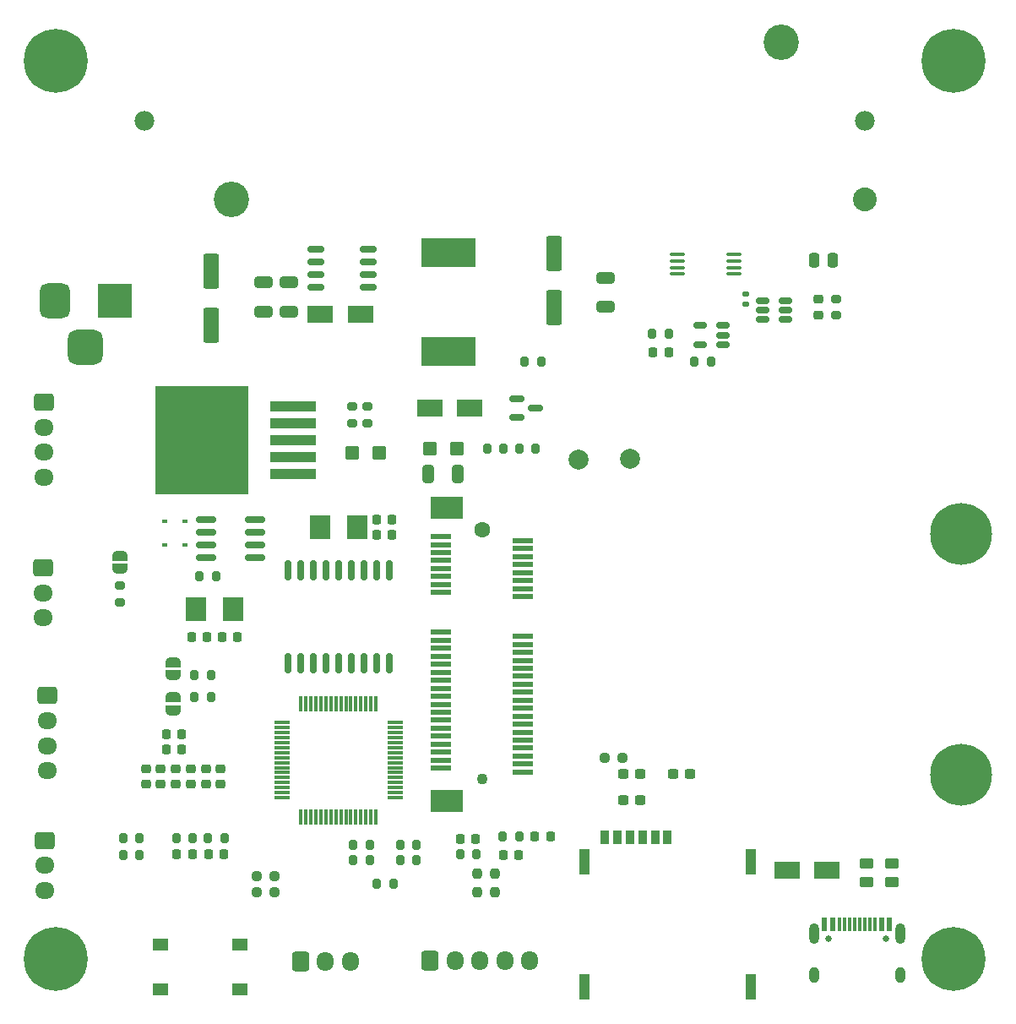
<source format=gbr>
%TF.GenerationSoftware,KiCad,Pcbnew,(6.0.6)*%
%TF.CreationDate,2022-10-20T14:17:53+09:00*%
%TF.ProjectId,LTE-base-H1,4c54452d-6261-4736-952d-48312e6b6963,rev?*%
%TF.SameCoordinates,Original*%
%TF.FileFunction,Soldermask,Top*%
%TF.FilePolarity,Negative*%
%FSLAX46Y46*%
G04 Gerber Fmt 4.6, Leading zero omitted, Abs format (unit mm)*
G04 Created by KiCad (PCBNEW (6.0.6)) date 2022-10-20 14:17:53*
%MOMM*%
%LPD*%
G01*
G04 APERTURE LIST*
G04 Aperture macros list*
%AMRoundRect*
0 Rectangle with rounded corners*
0 $1 Rounding radius*
0 $2 $3 $4 $5 $6 $7 $8 $9 X,Y pos of 4 corners*
0 Add a 4 corners polygon primitive as box body*
4,1,4,$2,$3,$4,$5,$6,$7,$8,$9,$2,$3,0*
0 Add four circle primitives for the rounded corners*
1,1,$1+$1,$2,$3*
1,1,$1+$1,$4,$5*
1,1,$1+$1,$6,$7*
1,1,$1+$1,$8,$9*
0 Add four rect primitives between the rounded corners*
20,1,$1+$1,$2,$3,$4,$5,0*
20,1,$1+$1,$4,$5,$6,$7,0*
20,1,$1+$1,$6,$7,$8,$9,0*
20,1,$1+$1,$8,$9,$2,$3,0*%
%AMFreePoly0*
4,1,22,0.500000,-0.750000,0.000000,-0.750000,0.000000,-0.745033,-0.079941,-0.743568,-0.215256,-0.701293,-0.333266,-0.622738,-0.424486,-0.514219,-0.481581,-0.384460,-0.499164,-0.250000,-0.500000,-0.250000,-0.500000,0.250000,-0.499164,0.250000,-0.499963,0.256109,-0.478152,0.396186,-0.417904,0.524511,-0.324060,0.630769,-0.204165,0.706417,-0.067858,0.745374,0.000000,0.744959,0.000000,0.750000,
0.500000,0.750000,0.500000,-0.750000,0.500000,-0.750000,$1*%
%AMFreePoly1*
4,1,20,0.000000,0.744959,0.073905,0.744508,0.209726,0.703889,0.328688,0.626782,0.421226,0.519385,0.479903,0.390333,0.500000,0.250000,0.500000,-0.250000,0.499851,-0.262216,0.476331,-0.402017,0.414519,-0.529596,0.319384,-0.634700,0.198574,-0.708877,0.061801,-0.746166,0.000000,-0.745033,0.000000,-0.750000,-0.500000,-0.750000,-0.500000,0.750000,0.000000,0.750000,0.000000,0.744959,
0.000000,0.744959,$1*%
G04 Aperture macros list end*
%ADD10RoundRect,0.225000X-0.225000X-0.250000X0.225000X-0.250000X0.225000X0.250000X-0.225000X0.250000X0*%
%ADD11RoundRect,0.250000X0.550000X-1.500000X0.550000X1.500000X-0.550000X1.500000X-0.550000X-1.500000X0*%
%ADD12RoundRect,0.250000X-0.450000X-0.425000X0.450000X-0.425000X0.450000X0.425000X-0.450000X0.425000X0*%
%ADD13C,0.800000*%
%ADD14C,6.400000*%
%ADD15C,6.200000*%
%ADD16RoundRect,0.200000X0.275000X-0.200000X0.275000X0.200000X-0.275000X0.200000X-0.275000X-0.200000X0*%
%ADD17RoundRect,0.200000X0.200000X0.275000X-0.200000X0.275000X-0.200000X-0.275000X0.200000X-0.275000X0*%
%ADD18RoundRect,0.250000X-0.725000X0.600000X-0.725000X-0.600000X0.725000X-0.600000X0.725000X0.600000X0*%
%ADD19O,1.950000X1.700000*%
%ADD20R,4.600000X1.100000*%
%ADD21R,9.400000X10.800000*%
%ADD22R,0.900000X1.350000*%
%ADD23R,1.100000X2.600000*%
%ADD24RoundRect,0.218750X0.218750X0.256250X-0.218750X0.256250X-0.218750X-0.256250X0.218750X-0.256250X0*%
%ADD25R,2.500000X1.800000*%
%ADD26R,0.600000X0.450000*%
%ADD27RoundRect,0.237500X-0.300000X-0.237500X0.300000X-0.237500X0.300000X0.237500X-0.300000X0.237500X0*%
%ADD28R,2.000000X2.400000*%
%ADD29RoundRect,0.237500X-0.250000X-0.237500X0.250000X-0.237500X0.250000X0.237500X-0.250000X0.237500X0*%
%ADD30RoundRect,0.200000X-0.275000X0.200000X-0.275000X-0.200000X0.275000X-0.200000X0.275000X0.200000X0*%
%ADD31RoundRect,0.150000X-0.587500X-0.150000X0.587500X-0.150000X0.587500X0.150000X-0.587500X0.150000X0*%
%ADD32RoundRect,0.250000X-0.450000X0.262500X-0.450000X-0.262500X0.450000X-0.262500X0.450000X0.262500X0*%
%ADD33RoundRect,0.250000X0.650000X-0.325000X0.650000X0.325000X-0.650000X0.325000X-0.650000X-0.325000X0*%
%ADD34RoundRect,0.225000X-0.250000X0.225000X-0.250000X-0.225000X0.250000X-0.225000X0.250000X0.225000X0*%
%ADD35R,5.400000X2.900000*%
%ADD36RoundRect,0.150000X-0.512500X-0.150000X0.512500X-0.150000X0.512500X0.150000X-0.512500X0.150000X0*%
%ADD37RoundRect,0.250000X-0.600000X-0.725000X0.600000X-0.725000X0.600000X0.725000X-0.600000X0.725000X0*%
%ADD38O,1.700000X1.950000*%
%ADD39C,2.000000*%
%ADD40C,1.100000*%
%ADD41C,1.600000*%
%ADD42R,2.000000X0.600000*%
%ADD43R,3.200000X2.300000*%
%ADD44RoundRect,0.135000X0.185000X-0.135000X0.185000X0.135000X-0.185000X0.135000X-0.185000X-0.135000X0*%
%ADD45RoundRect,0.237500X-0.237500X0.250000X-0.237500X-0.250000X0.237500X-0.250000X0.237500X0.250000X0*%
%ADD46RoundRect,0.150000X-0.150000X0.875000X-0.150000X-0.875000X0.150000X-0.875000X0.150000X0.875000X0*%
%ADD47RoundRect,0.200000X-0.200000X-0.275000X0.200000X-0.275000X0.200000X0.275000X-0.200000X0.275000X0*%
%ADD48RoundRect,0.250000X-0.250000X-0.475000X0.250000X-0.475000X0.250000X0.475000X-0.250000X0.475000X0*%
%ADD49RoundRect,0.225000X0.250000X-0.225000X0.250000X0.225000X-0.250000X0.225000X-0.250000X-0.225000X0*%
%ADD50RoundRect,0.150000X-0.675000X-0.150000X0.675000X-0.150000X0.675000X0.150000X-0.675000X0.150000X0*%
%ADD51C,3.550000*%
%ADD52C,2.390000*%
%ADD53C,1.980000*%
%ADD54RoundRect,0.237500X0.250000X0.237500X-0.250000X0.237500X-0.250000X-0.237500X0.250000X-0.237500X0*%
%ADD55RoundRect,0.075000X0.700000X0.075000X-0.700000X0.075000X-0.700000X-0.075000X0.700000X-0.075000X0*%
%ADD56RoundRect,0.075000X0.075000X0.700000X-0.075000X0.700000X-0.075000X-0.700000X0.075000X-0.700000X0*%
%ADD57FreePoly0,270.000000*%
%ADD58FreePoly1,270.000000*%
%ADD59RoundRect,0.150000X0.825000X0.150000X-0.825000X0.150000X-0.825000X-0.150000X0.825000X-0.150000X0*%
%ADD60C,0.650000*%
%ADD61R,0.600000X1.450000*%
%ADD62R,0.300000X1.450000*%
%ADD63O,1.000000X1.600000*%
%ADD64O,1.000000X2.100000*%
%ADD65RoundRect,0.225000X0.225000X0.250000X-0.225000X0.250000X-0.225000X-0.250000X0.225000X-0.250000X0*%
%ADD66RoundRect,0.250000X-0.325000X-0.650000X0.325000X-0.650000X0.325000X0.650000X-0.325000X0.650000X0*%
%ADD67R,1.550000X1.300000*%
%ADD68RoundRect,0.150000X0.512500X0.150000X-0.512500X0.150000X-0.512500X-0.150000X0.512500X-0.150000X0*%
%ADD69RoundRect,0.100000X-0.637500X-0.100000X0.637500X-0.100000X0.637500X0.100000X-0.637500X0.100000X0*%
%ADD70FreePoly0,90.000000*%
%ADD71FreePoly1,90.000000*%
%ADD72R,3.500000X3.500000*%
%ADD73RoundRect,0.750000X-0.750000X-1.000000X0.750000X-1.000000X0.750000X1.000000X-0.750000X1.000000X0*%
%ADD74RoundRect,0.875000X-0.875000X-0.875000X0.875000X-0.875000X0.875000X0.875000X-0.875000X0.875000X0*%
%ADD75RoundRect,0.237500X0.237500X-0.250000X0.237500X0.250000X-0.237500X0.250000X-0.237500X-0.250000X0*%
G04 APERTURE END LIST*
D10*
%TO.C,C10*%
X137125000Y-107500000D03*
X138675000Y-107500000D03*
%TD*%
D11*
%TO.C,C7*%
X120500000Y-86525000D03*
X120500000Y-81125000D03*
%TD*%
D12*
%TO.C,C5*%
X134650000Y-99350000D03*
X137350000Y-99350000D03*
%TD*%
D13*
%TO.C,H4*%
X195000000Y-57600000D03*
X196697056Y-58302944D03*
X195000000Y-62400000D03*
D14*
X195000000Y-60000000D03*
D13*
X197400000Y-60000000D03*
X192600000Y-60000000D03*
X193302944Y-61697056D03*
X193302944Y-58302944D03*
X196697056Y-61697056D03*
%TD*%
D15*
%TO.C,J4*%
X195700000Y-107400000D03*
%TD*%
D16*
%TO.C,R5*%
X111400000Y-114275000D03*
X111400000Y-112625000D03*
%TD*%
D17*
%TO.C,R6*%
X147125000Y-139550000D03*
X145475000Y-139550000D03*
%TD*%
%TO.C,R8*%
X120500000Y-123800000D03*
X118850000Y-123800000D03*
%TD*%
D18*
%TO.C,J11*%
X103800000Y-94250000D03*
D19*
X103800000Y-96750000D03*
X103800000Y-99250000D03*
X103800000Y-101750000D03*
%TD*%
D13*
%TO.C,H2*%
X105000000Y-152400000D03*
X103302944Y-148302944D03*
X103302944Y-151697056D03*
X106697056Y-151697056D03*
X106697056Y-148302944D03*
X107400000Y-150000000D03*
X105000000Y-147600000D03*
X102600000Y-150000000D03*
D14*
X105000000Y-150000000D03*
%TD*%
D20*
%TO.C,U5*%
X128750000Y-101450000D03*
X128750000Y-99750000D03*
X128750000Y-98050000D03*
D21*
X119600000Y-98050000D03*
D20*
X128750000Y-96350000D03*
X128750000Y-94650000D03*
%TD*%
D22*
%TO.C,U6*%
X161270000Y-137800000D03*
X163780000Y-137800000D03*
X166300000Y-137800000D03*
X160000000Y-137800000D03*
X162520000Y-137800000D03*
X165040000Y-137800000D03*
D23*
X174650000Y-140250000D03*
X158000000Y-140250000D03*
X158000000Y-152799999D03*
X174650000Y-152800000D03*
%TD*%
D24*
%TO.C,D5*%
X118643500Y-139522000D03*
X117068500Y-139522000D03*
%TD*%
D25*
%TO.C,D3*%
X135500000Y-85425000D03*
X131500000Y-85425000D03*
%TD*%
D17*
%TO.C,R31*%
X120500000Y-121600000D03*
X118850000Y-121600000D03*
%TD*%
D25*
%TO.C,D10*%
X142450000Y-94800000D03*
X146450000Y-94800000D03*
%TD*%
D17*
%TO.C,R29*%
X153625000Y-90200000D03*
X151975000Y-90200000D03*
%TD*%
D16*
%TO.C,R3*%
X134700000Y-96325000D03*
X134700000Y-94675000D03*
%TD*%
D17*
%TO.C,R7*%
X121881000Y-137922000D03*
X120231000Y-137922000D03*
%TD*%
D10*
%TO.C,C6*%
X137125000Y-106000000D03*
X138675000Y-106000000D03*
%TD*%
D26*
%TO.C,D1*%
X115850000Y-108500000D03*
X117950000Y-108500000D03*
%TD*%
D24*
%TO.C,D2*%
X121843500Y-139522000D03*
X120268500Y-139522000D03*
%TD*%
D16*
%TO.C,R26*%
X183200000Y-85525000D03*
X183200000Y-83875000D03*
%TD*%
D27*
%TO.C,C21*%
X166837500Y-131500000D03*
X168562500Y-131500000D03*
%TD*%
D28*
%TO.C,Y2*%
X131450000Y-106800000D03*
X135150000Y-106800000D03*
%TD*%
D29*
%TO.C,R13*%
X125087500Y-141700000D03*
X126912500Y-141700000D03*
%TD*%
D30*
%TO.C,R4*%
X136200000Y-94675000D03*
X136200000Y-96325000D03*
%TD*%
D31*
%TO.C,Q1*%
X151162500Y-93850000D03*
X151162500Y-95750000D03*
X153037500Y-94800000D03*
%TD*%
D32*
%TO.C,R11*%
X188800000Y-140487500D03*
X188800000Y-142312500D03*
%TD*%
%TO.C,R10*%
X186200000Y-140487500D03*
X186200000Y-142312500D03*
%TD*%
D33*
%TO.C,C9*%
X128300000Y-85175000D03*
X128300000Y-82225000D03*
%TD*%
D15*
%TO.C,J3*%
X195750000Y-131600000D03*
%TD*%
D17*
%TO.C,R1*%
X113347000Y-139622000D03*
X111697000Y-139622000D03*
%TD*%
D34*
%TO.C,C12*%
X115500000Y-130975000D03*
X115500000Y-132525000D03*
%TD*%
D35*
%TO.C,L2*%
X144300000Y-89175000D03*
X144300000Y-79275000D03*
%TD*%
D36*
%TO.C,U9*%
X175862500Y-84050000D03*
X175862500Y-85000000D03*
X175862500Y-85950000D03*
X178137500Y-85950000D03*
X178137500Y-85000000D03*
X178137500Y-84050000D03*
%TD*%
D37*
%TO.C,J7*%
X129500000Y-150275000D03*
D38*
X132000000Y-150275000D03*
X134500000Y-150275000D03*
%TD*%
D13*
%TO.C,H1*%
X195000000Y-152400000D03*
X196697056Y-148302944D03*
D14*
X195000000Y-150000000D03*
D13*
X193302944Y-148302944D03*
X195000000Y-147600000D03*
X193302944Y-151697056D03*
X197400000Y-150000000D03*
X196697056Y-151697056D03*
X192600000Y-150000000D03*
%TD*%
D39*
%TO.C,TP2*%
X157400000Y-100000000D03*
%TD*%
D40*
%TO.C,J1*%
X147700000Y-132000000D03*
D41*
X147700000Y-107000000D03*
D42*
X143600000Y-107700000D03*
X151800000Y-108100000D03*
X143600000Y-108500000D03*
X151800000Y-108900000D03*
X143600000Y-109300000D03*
X151800000Y-109700000D03*
X143600000Y-110100000D03*
X151800000Y-110500000D03*
X143600000Y-110900000D03*
X151800000Y-111300000D03*
X143600000Y-111700000D03*
X151800000Y-112100000D03*
X143600000Y-112500000D03*
X151800000Y-112900000D03*
X143600000Y-113300000D03*
X151800000Y-113700000D03*
X143600000Y-117300000D03*
X151800000Y-117700000D03*
X143600000Y-118100000D03*
X151800000Y-118500000D03*
X143600000Y-118900000D03*
X151800000Y-119300000D03*
X143600000Y-119700000D03*
X151800000Y-120100000D03*
X143600000Y-120500000D03*
X151800000Y-120900000D03*
X143600000Y-121300000D03*
X151800000Y-121700000D03*
X143600000Y-122100000D03*
X151800000Y-122500000D03*
X143600000Y-122900000D03*
X151800000Y-123300000D03*
X143600000Y-123700000D03*
X151800000Y-124100000D03*
X143600000Y-124500000D03*
X151800000Y-124900000D03*
X143600000Y-125300000D03*
X151800000Y-125700000D03*
X143600000Y-126100000D03*
X151800000Y-126500000D03*
X143600000Y-126900000D03*
X151800000Y-127300000D03*
X143600000Y-127700000D03*
X151800000Y-128100000D03*
X143600000Y-128500000D03*
X151800000Y-128900000D03*
X143600000Y-129300000D03*
X151800000Y-129700000D03*
X143600000Y-130100000D03*
X151800000Y-130500000D03*
X143600000Y-130900000D03*
X151800000Y-131300000D03*
D43*
X144200000Y-134150000D03*
X144200000Y-104850000D03*
%TD*%
D44*
%TO.C,R22*%
X174100000Y-84410000D03*
X174100000Y-83390000D03*
%TD*%
D10*
%TO.C,C2*%
X118600000Y-117750000D03*
X120150000Y-117750000D03*
%TD*%
D27*
%TO.C,C22*%
X161837500Y-131500000D03*
X163562500Y-131500000D03*
%TD*%
D34*
%TO.C,C17*%
X121500000Y-130975000D03*
X121500000Y-132525000D03*
%TD*%
D45*
%TO.C,R15*%
X147200000Y-141487500D03*
X147200000Y-143312500D03*
%TD*%
D34*
%TO.C,C19*%
X118500000Y-130975000D03*
X118500000Y-132525000D03*
%TD*%
D10*
%TO.C,C11*%
X145525000Y-138000000D03*
X147075000Y-138000000D03*
%TD*%
D17*
%TO.C,R9*%
X118681000Y-137922000D03*
X117031000Y-137922000D03*
%TD*%
D25*
%TO.C,D7*%
X178300000Y-141100000D03*
X182300000Y-141100000D03*
%TD*%
D34*
%TO.C,C14*%
X114000000Y-130975000D03*
X114000000Y-132525000D03*
%TD*%
D46*
%TO.C,U3*%
X138380000Y-111050000D03*
X137110000Y-111050000D03*
X135840000Y-111050000D03*
X134570000Y-111050000D03*
X133300000Y-111050000D03*
X132030000Y-111050000D03*
X130760000Y-111050000D03*
X129490000Y-111050000D03*
X128220000Y-111050000D03*
X128220000Y-120350000D03*
X129490000Y-120350000D03*
X130760000Y-120350000D03*
X132030000Y-120350000D03*
X133300000Y-120350000D03*
X134570000Y-120350000D03*
X135840000Y-120350000D03*
X137110000Y-120350000D03*
X138380000Y-120350000D03*
%TD*%
D28*
%TO.C,Y1*%
X119000000Y-115000000D03*
X122700000Y-115000000D03*
%TD*%
D39*
%TO.C,TP1*%
X162500000Y-99900000D03*
%TD*%
D47*
%TO.C,R25*%
X164775000Y-87400000D03*
X166425000Y-87400000D03*
%TD*%
D48*
%TO.C,C26*%
X180950000Y-80000000D03*
X182850000Y-80000000D03*
%TD*%
D49*
%TO.C,C25*%
X181400000Y-85475000D03*
X181400000Y-83925000D03*
%TD*%
D27*
%TO.C,C20*%
X161837500Y-134100000D03*
X163562500Y-134100000D03*
%TD*%
D17*
%TO.C,R2*%
X138825000Y-142500000D03*
X137175000Y-142500000D03*
%TD*%
D26*
%TO.C,D6*%
X115850000Y-106200000D03*
X117950000Y-106200000D03*
%TD*%
D24*
%TO.C,D9*%
X166387500Y-89200000D03*
X164812500Y-89200000D03*
%TD*%
D18*
%TO.C,J9*%
X104125000Y-123650000D03*
D19*
X104125000Y-126150000D03*
X104125000Y-128650000D03*
X104125000Y-131150000D03*
%TD*%
D47*
%TO.C,R17*%
X149775000Y-137775000D03*
X151425000Y-137775000D03*
%TD*%
D50*
%TO.C,U1*%
X131075000Y-78920000D03*
X131075000Y-80190000D03*
X131075000Y-81460000D03*
X131075000Y-82730000D03*
X136325000Y-82730000D03*
X136325000Y-81460000D03*
X136325000Y-80190000D03*
X136325000Y-78920000D03*
%TD*%
D51*
%TO.C,BT1*%
X177730000Y-58130000D03*
D52*
X186110000Y-73870000D03*
D51*
X122530000Y-73870000D03*
D53*
X186110000Y-66000000D03*
X113890000Y-66000000D03*
%TD*%
D34*
%TO.C,C18*%
X120000000Y-130975000D03*
X120000000Y-132525000D03*
%TD*%
D54*
%TO.C,R14*%
X126912500Y-143300000D03*
X125087500Y-143300000D03*
%TD*%
D55*
%TO.C,U2*%
X138975000Y-133850000D03*
X138975000Y-133350000D03*
X138975000Y-132850000D03*
X138975000Y-132350000D03*
X138975000Y-131850000D03*
X138975000Y-131350000D03*
X138975000Y-130850000D03*
X138975000Y-130350000D03*
X138975000Y-129850000D03*
X138975000Y-129350000D03*
X138975000Y-128850000D03*
X138975000Y-128350000D03*
X138975000Y-127850000D03*
X138975000Y-127350000D03*
X138975000Y-126850000D03*
X138975000Y-126350000D03*
D56*
X137050000Y-124425000D03*
X136550000Y-124425000D03*
X136050000Y-124425000D03*
X135550000Y-124425000D03*
X135050000Y-124425000D03*
X134550000Y-124425000D03*
X134050000Y-124425000D03*
X133550000Y-124425000D03*
X133050000Y-124425000D03*
X132550000Y-124425000D03*
X132050000Y-124425000D03*
X131550000Y-124425000D03*
X131050000Y-124425000D03*
X130550000Y-124425000D03*
X130050000Y-124425000D03*
X129550000Y-124425000D03*
D55*
X127625000Y-126350000D03*
X127625000Y-126850000D03*
X127625000Y-127350000D03*
X127625000Y-127850000D03*
X127625000Y-128350000D03*
X127625000Y-128850000D03*
X127625000Y-129350000D03*
X127625000Y-129850000D03*
X127625000Y-130350000D03*
X127625000Y-130850000D03*
X127625000Y-131350000D03*
X127625000Y-131850000D03*
X127625000Y-132350000D03*
X127625000Y-132850000D03*
X127625000Y-133350000D03*
X127625000Y-133850000D03*
D56*
X129550000Y-135775000D03*
X130050000Y-135775000D03*
X130550000Y-135775000D03*
X131050000Y-135775000D03*
X131550000Y-135775000D03*
X132050000Y-135775000D03*
X132550000Y-135775000D03*
X133050000Y-135775000D03*
X133550000Y-135775000D03*
X134050000Y-135775000D03*
X134550000Y-135775000D03*
X135050000Y-135775000D03*
X135550000Y-135775000D03*
X136050000Y-135775000D03*
X136550000Y-135775000D03*
X137050000Y-135775000D03*
%TD*%
D10*
%TO.C,C1*%
X149825000Y-139575000D03*
X151375000Y-139575000D03*
%TD*%
D47*
%TO.C,R19*%
X134775000Y-140100000D03*
X136425000Y-140100000D03*
%TD*%
D57*
%TO.C,JP1*%
X111400000Y-109650000D03*
D58*
X111400000Y-110950000D03*
%TD*%
D12*
%TO.C,C4*%
X142450000Y-98900000D03*
X145150000Y-98900000D03*
%TD*%
D59*
%TO.C,U4*%
X124975000Y-109805000D03*
X124975000Y-108535000D03*
X124975000Y-107265000D03*
X124975000Y-105995000D03*
X120025000Y-105995000D03*
X120025000Y-107265000D03*
X120025000Y-108535000D03*
X120025000Y-109805000D03*
%TD*%
D60*
%TO.C,J5*%
X182405489Y-147995489D03*
X188185489Y-147995489D03*
D61*
X182045489Y-146550489D03*
X182845489Y-146550489D03*
D62*
X184045489Y-146550489D03*
X185045489Y-146550489D03*
X185545489Y-146550489D03*
X186545489Y-146550489D03*
D61*
X187745489Y-146550489D03*
X188545489Y-146550489D03*
X188545489Y-146550489D03*
X187745489Y-146550489D03*
D62*
X187045489Y-146550489D03*
X186045489Y-146550489D03*
X184545489Y-146550489D03*
X183545489Y-146550489D03*
D61*
X182845489Y-146550489D03*
X182045489Y-146550489D03*
D63*
X180975489Y-151645489D03*
X189615489Y-151645489D03*
D64*
X189615489Y-147465489D03*
X180975489Y-147465489D03*
%TD*%
D11*
%TO.C,C24*%
X154900000Y-84725000D03*
X154900000Y-79325000D03*
%TD*%
D65*
%TO.C,C3*%
X123150000Y-117750000D03*
X121600000Y-117750000D03*
%TD*%
D66*
%TO.C,C27*%
X142325000Y-101450000D03*
X145275000Y-101450000D03*
%TD*%
D34*
%TO.C,C16*%
X117000000Y-130975000D03*
X117000000Y-132525000D03*
%TD*%
D47*
%TO.C,R18*%
X134775000Y-138600000D03*
X136425000Y-138600000D03*
%TD*%
D65*
%TO.C,C13*%
X117575000Y-127500000D03*
X116025000Y-127500000D03*
%TD*%
D57*
%TO.C,JP3*%
X116725000Y-120300000D03*
D58*
X116725000Y-121600000D03*
%TD*%
D18*
%TO.C,J12*%
X103700000Y-110850000D03*
D19*
X103700000Y-113350000D03*
X103700000Y-115850000D03*
%TD*%
D17*
%TO.C,R30*%
X121025000Y-111700000D03*
X119375000Y-111700000D03*
%TD*%
D47*
%TO.C,R27*%
X148225000Y-98900000D03*
X149875000Y-98900000D03*
%TD*%
D13*
%TO.C,H3*%
X102600000Y-60000000D03*
X103302944Y-61697056D03*
X106697056Y-58302944D03*
D14*
X105000000Y-60000000D03*
D13*
X103302944Y-58302944D03*
X106697056Y-61697056D03*
X105000000Y-62400000D03*
X107400000Y-60000000D03*
X105000000Y-57600000D03*
%TD*%
D67*
%TO.C,SW3*%
X115420000Y-148550000D03*
X123380000Y-148550000D03*
X115420000Y-153050000D03*
X123380000Y-153050000D03*
%TD*%
D65*
%TO.C,C15*%
X117575000Y-129000000D03*
X116025000Y-129000000D03*
%TD*%
D68*
%TO.C,U10*%
X171837500Y-88450000D03*
X171837500Y-87500000D03*
X171837500Y-86550000D03*
X169562500Y-86550000D03*
X169562500Y-88450000D03*
%TD*%
D33*
%TO.C,C23*%
X160100000Y-84700000D03*
X160100000Y-81750000D03*
%TD*%
D24*
%TO.C,D8*%
X154537500Y-137775000D03*
X152962500Y-137775000D03*
%TD*%
D69*
%TO.C,U8*%
X167237500Y-79450000D03*
X167237500Y-80100000D03*
X167237500Y-80750000D03*
X167237500Y-81400000D03*
X172962500Y-81400000D03*
X172962500Y-80750000D03*
X172962500Y-80100000D03*
X172962500Y-79450000D03*
%TD*%
D29*
%TO.C,R12*%
X159987500Y-129900000D03*
X161812500Y-129900000D03*
%TD*%
D47*
%TO.C,R20*%
X139475000Y-138600000D03*
X141125000Y-138600000D03*
%TD*%
D17*
%TO.C,R24*%
X113347000Y-137922000D03*
X111697000Y-137922000D03*
%TD*%
D18*
%TO.C,J6*%
X103900000Y-138150000D03*
D19*
X103900000Y-140650000D03*
X103900000Y-143150000D03*
%TD*%
D70*
%TO.C,JP2*%
X116725000Y-125100000D03*
D71*
X116725000Y-123800000D03*
%TD*%
D33*
%TO.C,C8*%
X125800000Y-85175000D03*
X125800000Y-82225000D03*
%TD*%
D37*
%TO.C,J8*%
X142500000Y-150175000D03*
D38*
X145000000Y-150175000D03*
X147500000Y-150175000D03*
X150000000Y-150175000D03*
X152500000Y-150175000D03*
%TD*%
D47*
%TO.C,R28*%
X151425000Y-98900000D03*
X153075000Y-98900000D03*
%TD*%
D72*
%TO.C,J2*%
X110900000Y-84042500D03*
D73*
X104900000Y-84042500D03*
D74*
X107900000Y-88742500D03*
%TD*%
D47*
%TO.C,R23*%
X168975000Y-90200000D03*
X170625000Y-90200000D03*
%TD*%
D75*
%TO.C,R16*%
X149000000Y-143312500D03*
X149000000Y-141487500D03*
%TD*%
D47*
%TO.C,R21*%
X139475000Y-140100000D03*
X141125000Y-140100000D03*
%TD*%
M02*

</source>
